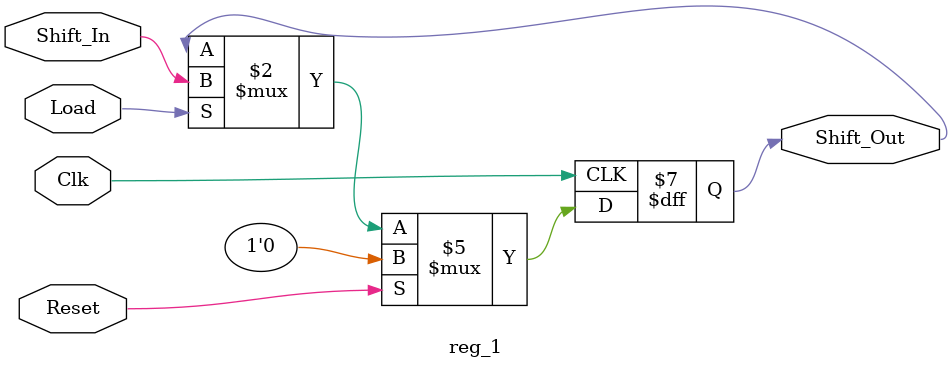
<source format=sv>
module reg_8 (input  logic Clk, Reset, Shift_In, Load, Shift_En,
              input  logic [7:0]  D,
              output logic Shift_Out,
              output logic [7:0]  Data_Out);

    always_ff @ (posedge Clk)
    begin
		if (Reset) //notice, this is a sycnrhonous reset, which is recommended on the FPGA
			Data_Out <= 8'h0;
		else if (Load)
			Data_Out <= D;
		else if (Shift_En)
		begin
			//concatenate shifted in data to the previous left-most 3 bits
			//note this works because we are in always_ff procedure block
			Data_Out <= { Shift_In, Data_Out[7:1] }; 
	    end
    end
	
    assign Shift_Out = Data_Out[0];

endmodule


module reg_1 (input	logic Clk, Reset, Shift_In, Load,
			  output logic Shift_Out);
	
	always_ff @ (posedge Clk)
	begin
		if (Reset)
			Shift_Out <= 1'b0;
		else if (Load)
			Shift_Out <= Shift_In;
	end

endmodule
</source>
